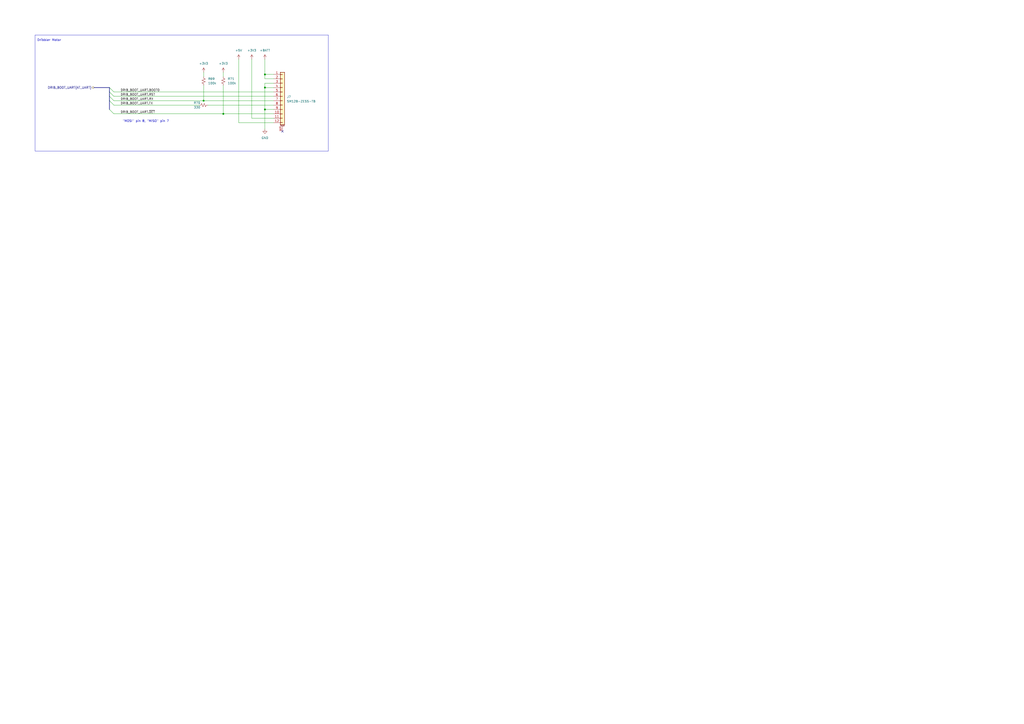
<source format=kicad_sch>
(kicad_sch (version 20231120) (generator "eeschema") (generator_version "8.0")
  (paper "A2")
  (title_block (title "Kicker") (date "2024-12-04") (rev "4.0") (company "The A-Team (RC SSL)") (comment 1 "W. Stuckey"))
  (lib_symbols
    (symbol "Connector_Generic_MountingPin:Conn_01x12_MountingPin" (pin_names (offset 1.016) hide)
      (property "Reference" "J" (at 0 15.24 0))
      (property "Value" "Conn_01x12_MountingPin" (at 1.27 -17.78 0))
      (symbol "Conn_01x12_MountingPin_1_1"
        (rectangle (start -1.27 -15.113) (end 0 -15.367) (stroke (width 0.1524)))
        (rectangle (start -1.27 -12.573) (end 0 -12.827) (stroke (width 0.1524)))
        (rectangle (start -1.27 -10.033) (end 0 -10.287) (stroke (width 0.1524)))
        (rectangle (start -1.27 -7.493) (end 0 -7.747) (stroke (width 0.1524)))
        (rectangle (start -1.27 -4.953) (end 0 -5.207) (stroke (width 0.1524)))
        (rectangle (start -1.27 -2.413) (end 0 -2.667) (stroke (width 0.1524)))
        (rectangle (start -1.27 0.127) (end 0 -0.127) (stroke (width 0.1524)))
        (rectangle (start -1.27 2.667) (end 0 2.413) (stroke (width 0.1524)))
        (rectangle (start -1.27 5.207) (end 0 4.953) (stroke (width 0.1524)))
        (rectangle (start -1.27 7.747) (end 0 7.493) (stroke (width 0.1524)))
        (rectangle (start -1.27 10.287) (end 0 10.033) (stroke (width 0.1524)))
        (rectangle (start -1.27 12.827) (end 0 12.573) (stroke (width 0.1524)))
        (rectangle (start -1.27 13.97) (end 1.27 -16.51) (stroke (width 0.254)) (fill (type background)))
        (polyline (pts (xy -1.016 -17.272) (xy 1.016 -17.272)) (stroke (width 0.1524)))
        (text "Mounting" (at 0 -16.891 0) (effects (font (size 0.381 0.381))))
        (pin passive line (at -5.08 12.7 0) (length 3.81) (name "Pin_1") (number "1"))
        (pin passive line (at -5.08 -10.16 0) (length 3.81) (name "Pin_10") (number "10"))
        (pin passive line (at -5.08 -12.7 0) (length 3.81) (name "Pin_11") (number "11"))
        (pin passive line (at -5.08 -15.24 0) (length 3.81) (name "Pin_12") (number "12"))
        (pin passive line (at -5.08 10.16 0) (length 3.81) (name "Pin_2") (number "2"))
        (pin passive line (at -5.08 7.62 0) (length 3.81) (name "Pin_3") (number "3"))
        (pin passive line (at -5.08 5.08 0) (length 3.81) (name "Pin_4") (number "4"))
        (pin passive line (at -5.08 2.54 0) (length 3.81) (name "Pin_5") (number "5"))
        (pin passive line (at -5.08 0 0) (length 3.81) (name "Pin_6") (number "6"))
        (pin passive line (at -5.08 -2.54 0) (length 3.81) (name "Pin_7") (number "7"))
        (pin passive line (at -5.08 -5.08 0) (length 3.81) (name "Pin_8") (number "8"))
        (pin passive line (at -5.08 -7.62 0) (length 3.81) (name "Pin_9") (number "9"))
        (pin passive line (at 0 -20.32 90) (length 3.048) (name "MountPin") (number "MP"))
      )
    )
    (symbol "Device:R_Small_US" (pin_numbers hide) (pin_names (offset 0.254) hide)
      (property "Reference" "R" (at 0.762 0.508 0))
      (property "Value" "R_Small_US" (at 0.762 -1.016 0))
      (symbol "R_Small_US_1_1"
        (polyline (pts (xy 0 0) (xy 1.016 -0.381) (xy 0 -0.762) (xy -1.016 -1.143) (xy 0 -1.524)))
        (polyline (pts (xy 0 1.524) (xy 1.016 1.143) (xy 0 0.762) (xy -1.016 0.381) (xy 0 0)))
        (pin passive line (at 0 2.54 270) (length 1.016) (name "~") (number "1"))
        (pin passive line (at 0 -2.54 90) (length 1.016) (name "~") (number "2"))
      )
    )
    (symbol "power:+3V3" (power) (pin_numbers hide) (pin_names (offset 0) hide)
      (property "Value" "+3V3" (at 0 3.556 0))
      (symbol "+3V3_0_1"
        (polyline (pts (xy -0.762 1.27) (xy 0 2.54)))
        (polyline (pts (xy 0 0) (xy 0 2.54)))
        (polyline (pts (xy 0 2.54) (xy 0.762 1.27)))
      )
      (symbol "+3V3_1_1"
        (pin power_in line (at 0 0 90) (length 0) (name "~") (number "1"))
      )
    )
    (symbol "power:+5V" (power) (pin_numbers hide) (pin_names (offset 0) hide)
      (property "Value" "+5V" (at 0 3.556 0))
      (symbol "+5V_0_1"
        (polyline (pts (xy -0.762 1.27) (xy 0 2.54)))
        (polyline (pts (xy 0 0) (xy 0 2.54)))
        (polyline (pts (xy 0 2.54) (xy 0.762 1.27)))
      )
      (symbol "+5V_1_1"
        (pin power_in line (at 0 0 90) (length 0) (name "~") (number "1"))
      )
    )
    (symbol "power:+BATT" (power) (pin_numbers hide) (pin_names (offset 0) hide)
      (property "Value" "+BATT" (at 0 3.556 0))
      (symbol "+BATT_0_1"
        (polyline (pts (xy -0.762 1.27) (xy 0 2.54)))
        (polyline (pts (xy 0 0) (xy 0 2.54)))
        (polyline (pts (xy 0 2.54) (xy 0.762 1.27)))
      )
      (symbol "+BATT_1_1"
        (pin power_in line (at 0 0 90) (length 0) (name "~") (number "1"))
      )
    )
    (symbol "power:GND" (power) (pin_numbers hide) (pin_names (offset 0) hide)
      (property "Value" "GND" (at 0 -3.81 0))
      (symbol "GND_0_1"
        (polyline (pts (xy 0 0) (xy 0 -1.27) (xy 1.27 -1.27) (xy 0 -2.54) (xy -1.27 -1.27) (xy 0 -1.27)))
      )
      (symbol "GND_1_1"
        (pin power_in line (at 0 0 270) (length 0) (name "~") (number "1"))
      )
    )
  )
  (junction (at 153.67 50.8))
  (junction (at 118.11 58.42))
  (junction (at 153.67 43.18))
  (junction (at 129.54 66.04))
  (junction (at 153.67 63.5))
  (no_connect (at 163.83 76.2))
  (bus_entry (at 63.5 58.42) (size 2.54 2.54))
  (bus_entry (at 63.5 53.34) (size 2.54 2.54))
  (bus_entry (at 63.5 55.88) (size 2.54 2.54))
  (bus_entry (at 63.5 63.5) (size 2.54 2.54))
  (bus_entry (at 63.5 50.8) (size 2.54 2.54))
  (wire (pts (xy 66.04 60.96) (xy 115.57 60.96)))
  (wire (pts (xy 153.67 63.5) (xy 153.67 50.8)))
  (bus (pts (xy 63.5 58.42) (xy 63.5 63.5)))
  (wire (pts (xy 129.54 41.91) (xy 129.54 44.45)))
  (wire (pts (xy 153.67 50.8) (xy 158.75 50.8)))
  (wire (pts (xy 153.67 43.18) (xy 153.67 45.72)))
  (wire (pts (xy 153.67 48.26) (xy 158.75 48.26)))
  (wire (pts (xy 118.11 41.91) (xy 118.11 44.45)))
  (wire (pts (xy 66.04 58.42) (xy 118.11 58.42)))
  (wire (pts (xy 153.67 34.29) (xy 153.67 43.18)))
  (wire (pts (xy 153.67 74.93) (xy 153.67 63.5)))
  (wire (pts (xy 66.04 55.88) (xy 158.75 55.88)))
  (wire (pts (xy 146.05 68.58) (xy 158.75 68.58)))
  (bus (pts (xy 63.5 50.8) (xy 63.5 53.34)))
  (wire (pts (xy 153.67 43.18) (xy 158.75 43.18)))
  (wire (pts (xy 120.65 60.96) (xy 158.75 60.96)))
  (wire (pts (xy 146.05 34.29) (xy 146.05 68.58)))
  (wire (pts (xy 129.54 66.04) (xy 158.75 66.04)))
  (wire (pts (xy 153.67 45.72) (xy 158.75 45.72)))
  (wire (pts (xy 118.11 49.53) (xy 118.11 58.42)))
  (wire (pts (xy 138.43 34.29) (xy 138.43 71.12)))
  (wire (pts (xy 118.11 58.42) (xy 158.75 58.42)))
  (wire (pts (xy 153.67 50.8) (xy 153.67 48.26)))
  (wire (pts (xy 138.43 71.12) (xy 158.75 71.12)))
  (wire (pts (xy 66.04 66.04) (xy 129.54 66.04)))
  (bus (pts (xy 63.5 53.34) (xy 63.5 55.88)))
  (bus (pts (xy 54.61 50.8) (xy 63.5 50.8)))
  (bus (pts (xy 63.5 55.88) (xy 63.5 58.42)))
  (wire (pts (xy 66.04 53.34) (xy 158.75 53.34)))
  (wire (pts (xy 129.54 49.53) (xy 129.54 66.04)))
  (wire (pts (xy 153.67 63.5) (xy 158.75 63.5)))
  (rectangle (start 20.32 20.32) (end 190.5 87.63))
  (text "\"MOSI\" pin 8, \"MISO\" pin 7" (at 71.12 71.12 0) (effects (font (size 1.27 1.27)) (justify left bottom)))
  (text "Dribbler Motor" (at 21.59 24.13 0) (effects (font (size 1.27 1.27)) (justify left bottom)))
  (label "DRIB_BOOT_UART.RST" (at 69.85 55.88 0))
  (label "DRIB_BOOT_UART.TX" (at 69.85 60.96 0))
  (label "DRIB_BOOT_UART.RX" (at 69.85 58.42 0))
  (label "DRIB_BOOT_UART.~{DET}" (at 69.85 66.04 0))
  (label "DRIB_BOOT_UART.BOOT0" (at 69.85 53.34 0))
  (hierarchical_label "DRIB_BOOT_UART{AT_UART}" (shape bidirectional) (at 54.61 50.8 180))
  (symbol (lib_id "Device:R_Small_US") (at 118.11 46.99 0) (unit 1)
    (property "Reference" "R69" (at 120.65 45.7199 0) (effects (justify left)))
    (property "Value" "100k" (at 120.65 48.2599 0) (effects (justify left)))
    (property "Footprint" "Resistor_SMD:R_0402_1005Metric" (effects (hide yes)))
    (property "Description" "Resistor, small US symbol" (effects (hide yes)))
  )
  (symbol (lib_id "Device:R_Small_US") (at 118.11 60.96 90) (unit 1)
    (property "Reference" "R70" (at 114.3 59.69 90))
    (property "Value" "330" (at 114.3 62.23 90))
    (property "Footprint" "Resistor_SMD:R_0402_1005Metric" (effects (hide yes)))
    (property "Description" "Resistor, small US symbol" (effects (hide yes)))
  )
  (symbol (lib_id "power:+3V3") (at 146.05 34.29 0) (unit 1)
    (property "Reference" "#PWR111" (effects (hide yes)))
    (property "Value" "+3V3" (at 146.05 29.21 0))
    (property "Description" "Power symbol creates a global label with name \"+3V3\"" (effects (hide yes)))
  )
  (symbol (lib_id "power:+3V3") (at 129.54 41.91 0) (unit 1)
    (property "Reference" "#PWR109" (effects (hide yes)))
    (property "Value" "+3V3" (at 129.54 36.83 0))
    (property "Description" "Power symbol creates a global label with name \"+3V3\"" (effects (hide yes)))
  )
  (symbol (lib_id "Device:R_Small_US") (at 129.54 46.99 0) (unit 1)
    (property "Reference" "R71" (at 132.08 45.7199 0) (effects (justify left)))
    (property "Value" "100k" (at 132.08 48.2599 0) (effects (justify left)))
    (property "Footprint" "Resistor_SMD:R_0402_1005Metric" (effects (hide yes)))
    (property "Description" "Resistor, small US symbol" (effects (hide yes)))
  )
  (symbol (lib_id "power:+3V3") (at 118.11 41.91 0) (unit 1)
    (property "Reference" "#PWR108" (effects (hide yes)))
    (property "Value" "+3V3" (at 118.11 36.83 0))
    (property "Description" "Power symbol creates a global label with name \"+3V3\"" (effects (hide yes)))
  )
  (symbol (lib_id "power:GND") (at 153.67 74.93 0) (unit 1)
    (property "Reference" "#PWR113" (effects (hide yes)))
    (property "Value" "GND" (at 153.67 80.01 0))
    (property "Description" "Power symbol creates a global label with name \"GND\" , ground" (effects (hide yes)))
  )
  (symbol (lib_id "power:+BATT") (at 153.67 34.29 0) (mirror y) (unit 1)
    (property "Reference" "#PWR112" (effects (hide yes)))
    (property "Value" "+BATT" (at 153.67 29.21 0))
    (property "Description" "Power symbol creates a global label with name \"+BATT\"" (effects (hide yes)))
  )
  (symbol (lib_id "power:+5V") (at 138.43 34.29 0) (unit 1)
    (property "Reference" "#PWR110" (effects (hide yes)))
    (property "Value" "+5V" (at 138.43 29.21 0))
    (property "Description" "Power symbol creates a global label with name \"+5V\"" (effects (hide yes)))
  )
  (symbol (lib_id "Connector_Generic_MountingPin:Conn_01x12_MountingPin") (at 163.83 55.88 0) (unit 1)
    (property "Reference" "J7" (at 166.37 56.2355 0) (effects (justify left)))
    (property "Value" "SM12B-ZESS-TB" (at 166.37 58.7755 0) (effects (justify left)))
    (property "Footprint" "Connector_JST:JST_ZE_BM12B-ZESS-TBT_1x12-1MP_P1.50mm_Vertical" (effects (hide yes)))
    (property "Description" "Generic connectable mounting pin connector, single row, 01x12, script generated (kicad-library-utils/schlib/autogen/connector/)" (effects (hide yes)))
  )
)
</source>
